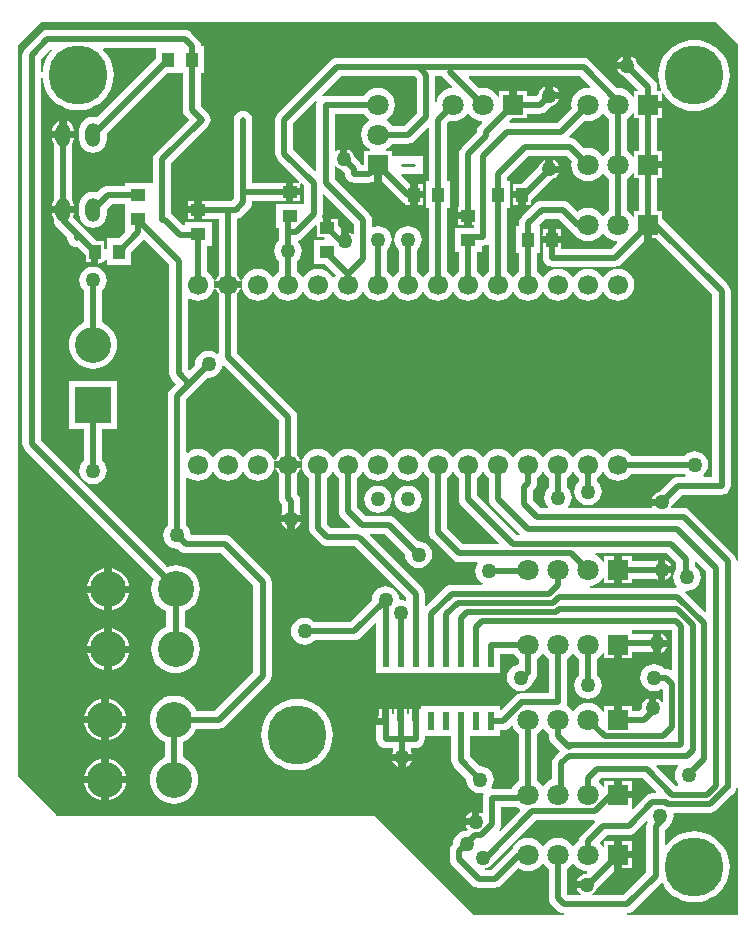
<source format=gbl>
G04 Layer_Physical_Order=2*
G04 Layer_Color=16711680*
%FSLAX24Y24*%
%MOIN*%
G70*
G01*
G75*
%ADD10R,0.0500X0.0400*%
%ADD11R,0.0400X0.0500*%
%ADD12C,0.0197*%
%ADD13C,0.0100*%
%ADD14C,0.1200*%
%ADD15R,0.1200X0.1200*%
%ADD16C,0.0669*%
%ADD17C,0.0709*%
%ADD18R,0.0709X0.0709*%
%ADD19R,0.0709X0.0709*%
%ADD20O,0.0500X0.0800*%
%ADD21C,0.1969*%
%ADD22C,0.0500*%
%ADD23R,0.0236X0.0606*%
G36*
X5199Y34025D02*
Y33713D01*
X5168Y33703D01*
X5149Y33700D01*
X5077Y33756D01*
X5020Y33779D01*
Y33450D01*
X4780D01*
Y33846D01*
X4650Y33976D01*
Y34200D01*
X4420D01*
Y33900D01*
X4180D01*
Y34200D01*
X4156D01*
X4128Y34242D01*
X4141Y34272D01*
X4151Y34350D01*
Y35008D01*
X4197Y35027D01*
X5199Y34025D01*
D02*
G37*
G36*
X16012Y15949D02*
X15957Y15877D01*
X15912Y15767D01*
X15896Y15650D01*
X15912Y15533D01*
X15957Y15423D01*
X16012Y15351D01*
X15988Y15301D01*
X15925D01*
X15273Y15953D01*
X15292Y15999D01*
X15988D01*
X16012Y15949D01*
D02*
G37*
G36*
X3950Y33959D02*
Y33600D01*
X4174D01*
X4228Y33546D01*
X4209Y33500D01*
X3850D01*
Y32700D01*
X4224D01*
X4586Y32338D01*
X4533Y32270D01*
X4525Y32250D01*
X4475D01*
X4467Y32270D01*
X4381Y32381D01*
X4270Y32467D01*
X4140Y32521D01*
X4000Y32539D01*
X3860Y32521D01*
X3730Y32467D01*
X3619Y32381D01*
X3533Y32270D01*
X3525Y32250D01*
X3475D01*
X3467Y32270D01*
X3381Y32381D01*
X3301Y32443D01*
Y32789D01*
X3321Y32804D01*
X3393Y32898D01*
X3438Y33008D01*
X3454Y33125D01*
X3438Y33242D01*
X3393Y33352D01*
X3346Y33413D01*
X3363Y33474D01*
X3401Y33489D01*
X3463Y33537D01*
X3904Y33978D01*
X3950Y33959D01*
D02*
G37*
G36*
X9699Y33320D02*
Y32443D01*
X9619Y32381D01*
X9533Y32270D01*
X9525Y32250D01*
X9475D01*
X9467Y32270D01*
X9381Y32381D01*
X9301Y32443D01*
Y33100D01*
X9450D01*
Y33299D01*
X9500D01*
X9578Y33309D01*
X9650Y33339D01*
X9654Y33342D01*
X9699Y33320D01*
D02*
G37*
G36*
X11530Y17201D02*
X11605Y17105D01*
X11699Y17032D01*
Y16947D01*
X11709Y16869D01*
X11739Y16796D01*
X11787Y16734D01*
X12073Y16448D01*
X11887Y16263D01*
X11839Y16200D01*
X11809Y16128D01*
X11799Y16050D01*
Y15517D01*
X11720Y15484D01*
X11605Y15395D01*
X11530Y15299D01*
X11522Y15295D01*
X11478D01*
X11470Y15299D01*
X11395Y15395D01*
X11301Y15468D01*
Y17032D01*
X11395Y17105D01*
X11470Y17201D01*
X11478Y17205D01*
X11522D01*
X11530Y17201D01*
D02*
G37*
G36*
X10489Y17286D02*
X10516Y17220D01*
X10605Y17105D01*
X10699Y17032D01*
Y15468D01*
X10605Y15395D01*
X10516Y15280D01*
X10483Y15201D01*
X9801D01*
X9788Y15214D01*
X9771Y15244D01*
X9793Y15273D01*
X9838Y15383D01*
X9854Y15500D01*
X9838Y15617D01*
X9793Y15727D01*
X9721Y15821D01*
X9627Y15893D01*
X9517Y15938D01*
X9400Y15954D01*
X9375Y15951D01*
X9051Y16275D01*
Y16947D01*
X10068D01*
Y17149D01*
X10168D01*
X10246Y17159D01*
X10319Y17189D01*
X10381Y17237D01*
X10440Y17296D01*
X10489Y17286D01*
D02*
G37*
G36*
X7699Y37208D02*
Y35450D01*
X7600D01*
Y34550D01*
X7699D01*
Y32443D01*
X7619Y32381D01*
X7533Y32270D01*
X7525Y32250D01*
X7475D01*
X7467Y32270D01*
X7381Y32381D01*
X7301Y32443D01*
Y33164D01*
X7321Y33179D01*
X7393Y33273D01*
X7438Y33383D01*
X7454Y33500D01*
X7438Y33617D01*
X7393Y33727D01*
X7321Y33821D01*
X7227Y33893D01*
X7117Y33938D01*
X7000Y33954D01*
X6883Y33938D01*
X6773Y33893D01*
X6679Y33821D01*
X6607Y33727D01*
X6562Y33617D01*
X6546Y33500D01*
X6562Y33383D01*
X6607Y33273D01*
X6679Y33179D01*
X6699Y33164D01*
Y32443D01*
X6619Y32381D01*
X6533Y32270D01*
X6525Y32250D01*
X6475D01*
X6467Y32270D01*
X6381Y32381D01*
X6301Y32443D01*
Y33164D01*
X6321Y33179D01*
X6393Y33273D01*
X6438Y33383D01*
X6454Y33500D01*
X6438Y33617D01*
X6393Y33727D01*
X6321Y33821D01*
X6227Y33893D01*
X6117Y33938D01*
X6000Y33954D01*
X5883Y33938D01*
X5843Y33922D01*
X5801Y33950D01*
Y34150D01*
X5791Y34228D01*
X5761Y34300D01*
X5713Y34363D01*
X4551Y35525D01*
Y35937D01*
X4582Y35947D01*
X4601Y35950D01*
X4673Y35894D01*
X4759Y35859D01*
X4766Y35858D01*
X4899Y35725D01*
Y35700D01*
X4909Y35622D01*
X4939Y35549D01*
X4987Y35487D01*
X5049Y35439D01*
X5122Y35409D01*
X5200Y35399D01*
X5700D01*
X5778Y35409D01*
X5850Y35439D01*
X5880Y35462D01*
Y36000D01*
X6120D01*
Y35454D01*
X6787Y34787D01*
X6849Y34739D01*
X6900Y34718D01*
Y34650D01*
X7080D01*
Y35000D01*
Y35350D01*
X7076D01*
X6772Y35654D01*
X6791Y35700D01*
X7500D01*
Y36300D01*
X6500D01*
X6500Y36300D01*
Y36300D01*
X6500Y36300D01*
X6454Y36310D01*
Y36454D01*
X6262D01*
X6252Y36504D01*
X6280Y36516D01*
X6395Y36605D01*
X6468Y36699D01*
X7000D01*
X7078Y36709D01*
X7150Y36739D01*
X7213Y36787D01*
X7653Y37227D01*
X7699Y37208D01*
D02*
G37*
G36*
X14546Y35738D02*
Y35546D01*
X14699D01*
Y34454D01*
X14546D01*
Y34262D01*
X14496Y34252D01*
X14484Y34280D01*
X14395Y34395D01*
X14301Y34468D01*
Y35532D01*
X14395Y35605D01*
X14484Y35720D01*
X14496Y35748D01*
X14546Y35738D01*
D02*
G37*
G36*
X12456Y36118D02*
X12441Y36000D01*
X12460Y35855D01*
X12516Y35720D01*
X12605Y35605D01*
X12720Y35516D01*
X12855Y35460D01*
X13000Y35441D01*
X13145Y35460D01*
X13280Y35516D01*
X13395Y35605D01*
X13470Y35701D01*
X13478Y35705D01*
X13522D01*
X13530Y35701D01*
X13605Y35605D01*
X13699Y35532D01*
Y34468D01*
X13605Y34395D01*
X13530Y34299D01*
X13522Y34295D01*
X13478D01*
X13470Y34299D01*
X13395Y34395D01*
X13280Y34484D01*
X13145Y34540D01*
X13000Y34559D01*
X12855Y34540D01*
X12720Y34484D01*
X12647Y34428D01*
X12363Y34713D01*
X12300Y34761D01*
X12228Y34791D01*
X12150Y34801D01*
X11450D01*
X11372Y34791D01*
X11300Y34761D01*
X11237Y34713D01*
X10787Y34263D01*
X10739Y34200D01*
X10709Y34128D01*
X10699Y34050D01*
Y33950D01*
X10600D01*
Y33050D01*
X10699D01*
Y32443D01*
X10619Y32381D01*
X10533Y32270D01*
X10525Y32250D01*
X10475D01*
X10467Y32270D01*
X10381Y32381D01*
X10301Y32443D01*
Y34550D01*
X10400D01*
Y35450D01*
X10301D01*
Y35575D01*
X11025Y36299D01*
X12275D01*
X12456Y36118D01*
D02*
G37*
G36*
X15802Y19178D02*
X15757Y19155D01*
X15750Y19161D01*
X15678Y19191D01*
X15600Y19201D01*
X15536D01*
X15521Y19221D01*
X15427Y19293D01*
X15317Y19338D01*
X15200Y19354D01*
X15083Y19338D01*
X14973Y19293D01*
X14879Y19221D01*
X14807Y19127D01*
X14762Y19017D01*
X14746Y18900D01*
X14762Y18783D01*
X14807Y18673D01*
X14879Y18579D01*
X14973Y18507D01*
X15083Y18462D01*
X15200Y18446D01*
X15317Y18462D01*
X15427Y18507D01*
X15454Y18528D01*
X15499Y18506D01*
Y18099D01*
X15484Y18091D01*
X15449Y18085D01*
X15400Y18150D01*
X15327Y18206D01*
X15270Y18229D01*
Y17900D01*
X15030D01*
Y18229D01*
X14973Y18206D01*
X14900Y18150D01*
X14844Y18077D01*
X14809Y17991D01*
X14797Y17900D01*
X14800Y17876D01*
X14725Y17801D01*
X14454D01*
Y17954D01*
X14120D01*
Y17500D01*
X13880D01*
Y17954D01*
X13546D01*
Y17762D01*
X13496Y17752D01*
X13484Y17780D01*
X13395Y17895D01*
X13280Y17984D01*
X13145Y18040D01*
X13000Y18059D01*
X12855Y18040D01*
X12720Y17984D01*
X12605Y17895D01*
X12530Y17799D01*
X12522Y17795D01*
X12478D01*
X12470Y17799D01*
X12395Y17895D01*
X12283Y17982D01*
X12291Y18002D01*
X12301Y18080D01*
Y19532D01*
X12395Y19605D01*
X12470Y19701D01*
X12478Y19705D01*
X12522D01*
X12530Y19701D01*
X12605Y19605D01*
X12699Y19532D01*
Y18986D01*
X12679Y18971D01*
X12607Y18877D01*
X12562Y18767D01*
X12546Y18650D01*
X12562Y18533D01*
X12607Y18423D01*
X12679Y18329D01*
X12773Y18257D01*
X12883Y18212D01*
X13000Y18196D01*
X13117Y18212D01*
X13227Y18257D01*
X13321Y18329D01*
X13393Y18423D01*
X13438Y18533D01*
X13454Y18650D01*
X13438Y18767D01*
X13393Y18877D01*
X13321Y18971D01*
X13301Y18986D01*
Y19532D01*
X13395Y19605D01*
X13484Y19720D01*
X13496Y19748D01*
X13546Y19738D01*
Y19546D01*
X13880D01*
Y20000D01*
X14120D01*
Y19546D01*
X14454D01*
Y19749D01*
X15117D01*
X15123Y19744D01*
X15180Y19721D01*
Y20050D01*
Y20379D01*
X15123Y20356D01*
X15117Y20351D01*
X14454D01*
Y20454D01*
X14454D01*
X14467Y20499D01*
X15802D01*
Y19178D01*
D02*
G37*
G36*
X8533Y25730D02*
X8619Y25619D01*
X8699Y25557D01*
Y24850D01*
X8709Y24772D01*
X8739Y24699D01*
X8787Y24637D01*
X10024Y23400D01*
X10005Y23354D01*
X8822D01*
X8301Y23875D01*
Y25557D01*
X8381Y25619D01*
X8467Y25730D01*
X8475Y25750D01*
X8525D01*
X8533Y25730D01*
D02*
G37*
G36*
X16949Y22425D02*
Y21112D01*
X16903Y21093D01*
X16239Y21756D01*
X16261Y21801D01*
X16300Y21796D01*
X16417Y21812D01*
X16527Y21857D01*
X16621Y21929D01*
X16693Y22023D01*
X16738Y22133D01*
X16754Y22250D01*
X16738Y22367D01*
X16693Y22477D01*
X16621Y22571D01*
X16551Y22625D01*
Y22758D01*
X16597Y22777D01*
X16949Y22425D01*
D02*
G37*
G36*
X15949Y22725D02*
Y22532D01*
X15907Y22477D01*
X15862Y22367D01*
X15846Y22250D01*
X15862Y22133D01*
X15907Y22023D01*
X15962Y21951D01*
X15938Y21901D01*
X13080D01*
X13077Y21951D01*
X13145Y21960D01*
X13280Y22016D01*
X13395Y22105D01*
X13484Y22220D01*
X13496Y22248D01*
X13546Y22238D01*
Y22046D01*
X13880D01*
Y22500D01*
Y22954D01*
X13546D01*
Y22762D01*
X13496Y22752D01*
X13484Y22780D01*
X13395Y22895D01*
X13280Y22984D01*
X13245Y22999D01*
X13255Y23049D01*
X15626D01*
X15949Y22725D01*
D02*
G37*
G36*
X9533Y25730D02*
X9619Y25619D01*
X9699Y25557D01*
Y24850D01*
X9709Y24772D01*
X9739Y24699D01*
X9787Y24637D01*
X10728Y23697D01*
X10708Y23651D01*
X10625D01*
X9301Y24975D01*
Y25557D01*
X9381Y25619D01*
X9467Y25730D01*
X9475Y25750D01*
X9525D01*
X9533Y25730D01*
D02*
G37*
G36*
X13533D02*
X13619Y25619D01*
X13730Y25533D01*
X13860Y25479D01*
X14000Y25461D01*
X14140Y25479D01*
X14270Y25533D01*
X14381Y25619D01*
X14443Y25699D01*
X16214D01*
X16229Y25679D01*
X16266Y25651D01*
X16249Y25601D01*
X16000D01*
X15922Y25591D01*
X15849Y25561D01*
X15787Y25513D01*
X15366Y25092D01*
X15359Y25091D01*
X15273Y25056D01*
X15200Y25000D01*
X15144Y24927D01*
X15121Y24870D01*
X15450D01*
Y24630D01*
X15121D01*
X15133Y24601D01*
X15101Y24551D01*
X12362D01*
X12338Y24601D01*
X12393Y24673D01*
X12438Y24783D01*
X12454Y24900D01*
X12438Y25017D01*
X12393Y25127D01*
X12321Y25221D01*
X12301Y25236D01*
Y25557D01*
X12381Y25619D01*
X12467Y25730D01*
X12475Y25750D01*
X12525D01*
X12533Y25730D01*
X12619Y25619D01*
X12699Y25557D01*
Y25436D01*
X12679Y25421D01*
X12607Y25327D01*
X12562Y25217D01*
X12546Y25100D01*
X12562Y24983D01*
X12607Y24873D01*
X12679Y24779D01*
X12773Y24707D01*
X12883Y24662D01*
X13000Y24646D01*
X13117Y24662D01*
X13227Y24707D01*
X13321Y24779D01*
X13393Y24873D01*
X13438Y24983D01*
X13454Y25100D01*
X13438Y25217D01*
X13393Y25327D01*
X13321Y25421D01*
X13301Y25436D01*
Y25557D01*
X13381Y25619D01*
X13467Y25730D01*
X13475Y25750D01*
X13525D01*
X13533Y25730D01*
D02*
G37*
G36*
X7533D02*
X7619Y25619D01*
X7699Y25557D01*
Y23750D01*
X7709Y23672D01*
X7739Y23600D01*
X7787Y23537D01*
X8484Y22840D01*
X8547Y22792D01*
X8619Y22762D01*
X8697Y22752D01*
X9308D01*
X9330Y22707D01*
X9307Y22677D01*
X9262Y22567D01*
X9246Y22450D01*
X9262Y22333D01*
X9307Y22223D01*
X9379Y22129D01*
X9473Y22057D01*
X9487Y22051D01*
X9477Y22001D01*
X8450D01*
X8372Y21991D01*
X8299Y21961D01*
X8237Y21913D01*
X7601Y21277D01*
X7551Y21297D01*
Y21700D01*
X7541Y21778D01*
X7511Y21851D01*
X7463Y21913D01*
X5723Y23653D01*
X5742Y23699D01*
X6225D01*
X6899Y23025D01*
X6896Y23000D01*
X6912Y22883D01*
X6957Y22773D01*
X7029Y22679D01*
X7123Y22607D01*
X7233Y22562D01*
X7350Y22546D01*
X7467Y22562D01*
X7577Y22607D01*
X7671Y22679D01*
X7743Y22773D01*
X7788Y22883D01*
X7804Y23000D01*
X7788Y23117D01*
X7743Y23227D01*
X7671Y23321D01*
X7577Y23393D01*
X7467Y23438D01*
X7350Y23454D01*
X7325Y23451D01*
X6563Y24213D01*
X6500Y24261D01*
X6428Y24291D01*
X6350Y24301D01*
X5575D01*
X5301Y24575D01*
Y25557D01*
X5381Y25619D01*
X5467Y25730D01*
X5475Y25750D01*
X5525D01*
X5533Y25730D01*
X5619Y25619D01*
X5730Y25533D01*
X5860Y25479D01*
X6000Y25461D01*
X6140Y25479D01*
X6270Y25533D01*
X6381Y25619D01*
X6467Y25730D01*
X6475Y25750D01*
X6525D01*
X6533Y25730D01*
X6619Y25619D01*
X6730Y25533D01*
X6860Y25479D01*
X7000Y25461D01*
X7140Y25479D01*
X7270Y25533D01*
X7381Y25619D01*
X7467Y25730D01*
X7475Y25750D01*
X7525D01*
X7533Y25730D01*
D02*
G37*
G36*
X4533D02*
X4619Y25619D01*
X4699Y25557D01*
Y24450D01*
X4709Y24372D01*
X4739Y24299D01*
X4787Y24237D01*
X5080Y23944D01*
X5061Y23898D01*
X4425D01*
X4301Y24022D01*
Y25557D01*
X4381Y25619D01*
X4467Y25730D01*
X4475Y25750D01*
X4525D01*
X4533Y25730D01*
D02*
G37*
G36*
X11533D02*
X11619Y25619D01*
X11699Y25557D01*
Y25236D01*
X11679Y25221D01*
X11607Y25127D01*
X11562Y25017D01*
X11546Y24900D01*
X11562Y24783D01*
X11607Y24673D01*
X11662Y24601D01*
X11638Y24551D01*
X11425D01*
X11151Y24825D01*
Y25125D01*
X11213Y25187D01*
X11261Y25250D01*
X11291Y25322D01*
X11301Y25400D01*
Y25557D01*
X11381Y25619D01*
X11467Y25730D01*
X11475Y25750D01*
X11525D01*
X11533Y25730D01*
D02*
G37*
G36*
X9030Y37701D02*
X9105Y37605D01*
X9220Y37516D01*
X9355Y37460D01*
X9451Y37447D01*
X9469Y37395D01*
X9387Y37313D01*
X9339Y37250D01*
X9309Y37178D01*
X9299Y37100D01*
Y37075D01*
X8787Y36563D01*
X8739Y36500D01*
X8709Y36428D01*
X8699Y36350D01*
Y34600D01*
X8650D01*
Y34420D01*
X9000D01*
Y34300D01*
X9120D01*
Y34000D01*
X9199D01*
Y33901D01*
X9100D01*
X9092Y33900D01*
X8550D01*
Y33100D01*
X8699D01*
Y32443D01*
X8619Y32381D01*
X8533Y32270D01*
X8525Y32250D01*
X8475D01*
X8467Y32270D01*
X8381Y32381D01*
X8301Y32443D01*
Y34550D01*
X8400D01*
Y35450D01*
X8301D01*
Y37375D01*
X8382Y37456D01*
X8500Y37441D01*
X8645Y37460D01*
X8780Y37516D01*
X8895Y37605D01*
X8970Y37701D01*
X8978Y37705D01*
X9022D01*
X9030Y37701D01*
D02*
G37*
G36*
X13530D02*
X13605Y37605D01*
X13699Y37532D01*
Y36468D01*
X13605Y36395D01*
X13530Y36299D01*
X13522Y36295D01*
X13478D01*
X13470Y36299D01*
X13395Y36395D01*
X13280Y36484D01*
X13145Y36540D01*
X13000Y36559D01*
X12882Y36544D01*
X12613Y36813D01*
X12550Y36861D01*
X12478Y36891D01*
X12400Y36901D01*
X12392D01*
X12373Y36947D01*
X12882Y37456D01*
X13000Y37441D01*
X13145Y37460D01*
X13280Y37516D01*
X13395Y37605D01*
X13470Y37701D01*
X13478Y37705D01*
X13522D01*
X13530Y37701D01*
D02*
G37*
G36*
X7299Y38875D02*
Y37725D01*
X6875Y37301D01*
X6468D01*
X6395Y37395D01*
X6299Y37470D01*
X6295Y37478D01*
Y37522D01*
X6299Y37530D01*
X6395Y37605D01*
X6484Y37720D01*
X6540Y37855D01*
X6559Y38000D01*
X6540Y38145D01*
X6484Y38280D01*
X6395Y38395D01*
X6280Y38484D01*
X6145Y38540D01*
X6000Y38559D01*
X5855Y38540D01*
X5720Y38484D01*
X5605Y38395D01*
X5532Y38301D01*
X4250D01*
X4172Y38291D01*
X4160Y38286D01*
X4132Y38328D01*
X4753Y38949D01*
X7225D01*
X7299Y38875D01*
D02*
G37*
G36*
X14546Y37738D02*
Y37546D01*
X14699D01*
Y36454D01*
X14546D01*
Y36262D01*
X14496Y36252D01*
X14484Y36280D01*
X14395Y36395D01*
X14301Y36468D01*
Y37532D01*
X14395Y37605D01*
X14484Y37720D01*
X14496Y37748D01*
X14546Y37738D01*
D02*
G37*
G36*
X14984Y14088D02*
X14959Y14028D01*
X14949Y13950D01*
Y12425D01*
X14175Y11651D01*
X13149D01*
X13141Y11666D01*
X13135Y11701D01*
X13200Y11750D01*
X13256Y11823D01*
X13260Y11835D01*
X13880Y12454D01*
Y13000D01*
Y13454D01*
X13546D01*
Y13262D01*
X13496Y13252D01*
X13484Y13280D01*
X13395Y13395D01*
X13394Y13418D01*
X13625Y13649D01*
X14350D01*
X14428Y13659D01*
X14500Y13689D01*
X14563Y13737D01*
X14942Y14116D01*
X14984Y14088D01*
D02*
G37*
G36*
X13078Y38597D02*
X13056Y38552D01*
X13000Y38559D01*
X12855Y38540D01*
X12720Y38484D01*
X12605Y38395D01*
X12516Y38280D01*
X12460Y38145D01*
X12441Y38000D01*
X12456Y37882D01*
X11975Y37401D01*
X10392D01*
X10373Y37447D01*
X10471Y37546D01*
X10954D01*
Y37699D01*
X11400D01*
X11478Y37709D01*
X11551Y37739D01*
X11613Y37787D01*
X11784Y37958D01*
X11791Y37959D01*
X11877Y37994D01*
X11950Y38050D01*
X12006Y38123D01*
X12029Y38180D01*
X11700D01*
Y38300D01*
X11580D01*
Y38629D01*
X11523Y38606D01*
X11450Y38550D01*
X11394Y38477D01*
X11359Y38391D01*
X11358Y38384D01*
X11275Y38301D01*
X10954D01*
Y38454D01*
X10620D01*
Y38000D01*
X10380D01*
Y38454D01*
X10046D01*
Y38262D01*
X9996Y38252D01*
X9984Y38280D01*
X9895Y38395D01*
X9780Y38484D01*
X9645Y38540D01*
X9500Y38559D01*
X9382Y38544D01*
X9023Y38903D01*
X9042Y38949D01*
X12725D01*
X13078Y38597D01*
D02*
G37*
G36*
X18000Y15239D02*
Y11000D01*
X14311D01*
X14308Y11050D01*
X14378Y11059D01*
X14451Y11089D01*
X14513Y11137D01*
X15426Y12051D01*
X15440Y12053D01*
X15488Y12041D01*
X15574Y11900D01*
X15695Y11758D01*
X15837Y11637D01*
X15996Y11540D01*
X16168Y11469D01*
X16350Y11425D01*
X16535Y11411D01*
X16721Y11425D01*
X16903Y11469D01*
X17075Y11540D01*
X17234Y11637D01*
X17375Y11758D01*
X17496Y11900D01*
X17594Y12059D01*
X17665Y12231D01*
X17709Y12413D01*
X17723Y12598D01*
X17709Y12784D01*
X17665Y12966D01*
X17594Y13138D01*
X17496Y13297D01*
X17375Y13438D01*
X17234Y13559D01*
X17075Y13657D01*
X16903Y13728D01*
X16721Y13772D01*
X16535Y13786D01*
X16350Y13772D01*
X16168Y13728D01*
X15996Y13657D01*
X15837Y13559D01*
X15695Y13438D01*
X15601Y13328D01*
X15551Y13346D01*
Y13825D01*
X15651Y13926D01*
X15721Y13979D01*
X15793Y14073D01*
X15838Y14183D01*
X15854Y14300D01*
X15845Y14365D01*
X15878Y14402D01*
X17073D01*
X17151Y14412D01*
X17223Y14442D01*
X17286Y14490D01*
X17774Y14978D01*
X17801Y14989D01*
X17863Y15037D01*
X17911Y15100D01*
X17941Y15172D01*
X17950Y15242D01*
X18000Y15239D01*
D02*
G37*
G36*
X12530Y12701D02*
X12605Y12605D01*
X12720Y12516D01*
X12855Y12460D01*
X12951Y12447D01*
X12969Y12395D01*
X12924Y12350D01*
X12859Y12341D01*
X12773Y12306D01*
X12700Y12250D01*
X12644Y12177D01*
X12621Y12120D01*
X12950D01*
Y11880D01*
X12621D01*
X12644Y11823D01*
X12700Y11750D01*
X12765Y11701D01*
X12759Y11666D01*
X12751Y11651D01*
X12325D01*
X12301Y11675D01*
Y12532D01*
X12395Y12605D01*
X12470Y12701D01*
X12478Y12705D01*
X12522D01*
X12530Y12701D01*
D02*
G37*
G36*
X18000Y40000D02*
Y22800D01*
X17950Y22797D01*
X17941Y22868D01*
X17911Y22940D01*
X17863Y23002D01*
X16402Y24463D01*
X16340Y24511D01*
X16268Y24541D01*
X16190Y24551D01*
X15799D01*
X15767Y24601D01*
X15791Y24659D01*
X15792Y24666D01*
X16125Y24999D01*
X17450D01*
X17528Y25009D01*
X17601Y25039D01*
X17663Y25087D01*
X17711Y25150D01*
X17741Y25222D01*
X17751Y25300D01*
Y31790D01*
X17741Y31868D01*
X17711Y31941D01*
X17663Y32003D01*
X15454Y34211D01*
Y34454D01*
X15301D01*
Y35546D01*
X15454D01*
Y35880D01*
X15000D01*
Y36120D01*
X15454D01*
Y36454D01*
X15301D01*
Y37546D01*
X15454D01*
Y37880D01*
X15000D01*
Y38120D01*
X15454D01*
Y38378D01*
X15504Y38392D01*
X15574Y38278D01*
X15695Y38136D01*
X15837Y38015D01*
X15996Y37918D01*
X16168Y37847D01*
X16350Y37803D01*
X16535Y37788D01*
X16721Y37803D01*
X16903Y37847D01*
X17075Y37918D01*
X17234Y38015D01*
X17375Y38136D01*
X17496Y38278D01*
X17594Y38437D01*
X17665Y38609D01*
X17709Y38791D01*
X17723Y38976D01*
X17709Y39162D01*
X17665Y39343D01*
X17594Y39516D01*
X17496Y39675D01*
X17375Y39816D01*
X17234Y39937D01*
X17075Y40035D01*
X16903Y40106D01*
X16721Y40150D01*
X16535Y40164D01*
X16350Y40150D01*
X16168Y40106D01*
X15996Y40035D01*
X15837Y39937D01*
X15695Y39816D01*
X15574Y39675D01*
X15477Y39516D01*
X15406Y39343D01*
X15362Y39162D01*
X15348Y38976D01*
X15362Y38791D01*
X15406Y38609D01*
X15449Y38504D01*
X15416Y38454D01*
X15301D01*
Y38600D01*
X15291Y38678D01*
X15261Y38751D01*
X15213Y38813D01*
X14642Y39384D01*
X14641Y39391D01*
X14606Y39477D01*
X14550Y39550D01*
X14477Y39606D01*
X14420Y39629D01*
Y39300D01*
X14300D01*
Y39180D01*
X13971D01*
X13994Y39123D01*
X14050Y39050D01*
X14123Y38994D01*
X14209Y38959D01*
X14216Y38958D01*
X14670Y38504D01*
X14649Y38454D01*
X14546D01*
Y38262D01*
X14496Y38252D01*
X14484Y38280D01*
X14395Y38395D01*
X14280Y38484D01*
X14145Y38540D01*
X14000Y38559D01*
X13970Y38555D01*
X13063Y39463D01*
X13001Y39511D01*
X12928Y39541D01*
X12850Y39551D01*
X4628D01*
X4550Y39541D01*
X4477Y39511D01*
X4415Y39463D01*
X2665Y37713D01*
X2617Y37650D01*
X2587Y37578D01*
X2577Y37500D01*
Y36372D01*
X2587Y36294D01*
X2617Y36222D01*
X2665Y36159D01*
X3374Y35450D01*
X3354Y35400D01*
X3170D01*
Y35220D01*
X3400D01*
Y35354D01*
X3450Y35374D01*
X3549Y35275D01*
Y34702D01*
X3500Y34700D01*
X3500Y34700D01*
X3500Y34700D01*
X2600D01*
Y33900D01*
X2699D01*
Y33461D01*
X2679Y33446D01*
X2607Y33352D01*
X2562Y33242D01*
X2546Y33125D01*
X2562Y33008D01*
X2607Y32898D01*
X2679Y32804D01*
X2699Y32789D01*
Y32443D01*
X2619Y32381D01*
X2533Y32270D01*
X2525Y32250D01*
X2475D01*
X2467Y32270D01*
X2381Y32381D01*
X2270Y32467D01*
X2140Y32521D01*
X2000Y32539D01*
X1860Y32521D01*
X1730Y32467D01*
X1619Y32381D01*
X1533Y32270D01*
X1479Y32140D01*
X1475Y32107D01*
X1475D01*
X1461Y32000D01*
X1475Y31893D01*
X1475D01*
X1479Y31860D01*
X1533Y31730D01*
X1619Y31619D01*
X1730Y31533D01*
X1860Y31479D01*
X2000Y31461D01*
X2140Y31479D01*
X2270Y31533D01*
X2381Y31619D01*
X2467Y31730D01*
X2475Y31750D01*
X2525D01*
X2533Y31730D01*
X2619Y31619D01*
X2730Y31533D01*
X2860Y31479D01*
X3000Y31461D01*
X3140Y31479D01*
X3270Y31533D01*
X3381Y31619D01*
X3467Y31730D01*
X3475Y31750D01*
X3525D01*
X3533Y31730D01*
X3619Y31619D01*
X3730Y31533D01*
X3860Y31479D01*
X4000Y31461D01*
X4140Y31479D01*
X4270Y31533D01*
X4381Y31619D01*
X4467Y31730D01*
X4475Y31750D01*
X4525D01*
X4533Y31730D01*
X4619Y31619D01*
X4730Y31533D01*
X4860Y31479D01*
X5000Y31461D01*
X5140Y31479D01*
X5270Y31533D01*
X5381Y31619D01*
X5467Y31730D01*
X5475Y31750D01*
X5525D01*
X5533Y31730D01*
X5619Y31619D01*
X5730Y31533D01*
X5860Y31479D01*
X6000Y31461D01*
X6140Y31479D01*
X6270Y31533D01*
X6381Y31619D01*
X6467Y31730D01*
X6475Y31750D01*
X6525D01*
X6533Y31730D01*
X6619Y31619D01*
X6730Y31533D01*
X6860Y31479D01*
X7000Y31461D01*
X7140Y31479D01*
X7270Y31533D01*
X7381Y31619D01*
X7467Y31730D01*
X7475Y31750D01*
X7525D01*
X7533Y31730D01*
X7619Y31619D01*
X7730Y31533D01*
X7860Y31479D01*
X8000Y31461D01*
X8140Y31479D01*
X8270Y31533D01*
X8381Y31619D01*
X8467Y31730D01*
X8475Y31750D01*
X8525D01*
X8533Y31730D01*
X8619Y31619D01*
X8730Y31533D01*
X8860Y31479D01*
X9000Y31461D01*
X9140Y31479D01*
X9270Y31533D01*
X9381Y31619D01*
X9467Y31730D01*
X9475Y31750D01*
X9525D01*
X9533Y31730D01*
X9619Y31619D01*
X9730Y31533D01*
X9860Y31479D01*
X10000Y31461D01*
X10140Y31479D01*
X10270Y31533D01*
X10381Y31619D01*
X10467Y31730D01*
X10475Y31750D01*
X10525D01*
X10533Y31730D01*
X10619Y31619D01*
X10730Y31533D01*
X10860Y31479D01*
X11000Y31461D01*
X11140Y31479D01*
X11270Y31533D01*
X11381Y31619D01*
X11467Y31730D01*
X11475Y31750D01*
X11525D01*
X11533Y31730D01*
X11619Y31619D01*
X11730Y31533D01*
X11860Y31479D01*
X12000Y31461D01*
X12140Y31479D01*
X12270Y31533D01*
X12381Y31619D01*
X12467Y31730D01*
X12475Y31750D01*
X12525D01*
X12533Y31730D01*
X12619Y31619D01*
X12730Y31533D01*
X12860Y31479D01*
X13000Y31461D01*
X13140Y31479D01*
X13270Y31533D01*
X13381Y31619D01*
X13467Y31730D01*
X13475Y31750D01*
X13525D01*
X13533Y31730D01*
X13619Y31619D01*
X13730Y31533D01*
X13860Y31479D01*
X14000Y31461D01*
X14140Y31479D01*
X14270Y31533D01*
X14381Y31619D01*
X14467Y31730D01*
X14521Y31860D01*
X14539Y32000D01*
X14521Y32140D01*
X14467Y32270D01*
X14381Y32381D01*
X14270Y32467D01*
X14140Y32521D01*
X14000Y32539D01*
X13860Y32521D01*
X13730Y32467D01*
X13619Y32381D01*
X13533Y32270D01*
X13525Y32250D01*
X13475D01*
X13467Y32270D01*
X13381Y32381D01*
X13270Y32467D01*
X13140Y32521D01*
X13000Y32539D01*
X12860Y32521D01*
X12730Y32467D01*
X12619Y32381D01*
X12533Y32270D01*
X12525Y32250D01*
X12475D01*
X12467Y32270D01*
X12381Y32381D01*
X12270Y32467D01*
X12140Y32521D01*
X12000Y32539D01*
X11860Y32521D01*
X11730Y32467D01*
X11619Y32381D01*
X11533Y32270D01*
X11525Y32250D01*
X11475D01*
X11467Y32270D01*
X11381Y32381D01*
X11301Y32443D01*
Y33050D01*
X11400D01*
Y33539D01*
X11400Y33539D01*
Y33561D01*
X11400Y33561D01*
Y33950D01*
X11391D01*
X11372Y33996D01*
X11575Y34199D01*
X12025D01*
X12437Y33787D01*
X12500Y33739D01*
X12510Y33735D01*
X12516Y33720D01*
X12605Y33605D01*
X12720Y33516D01*
X12855Y33460D01*
X13000Y33441D01*
X13145Y33460D01*
X13280Y33516D01*
X13395Y33605D01*
X13470Y33701D01*
X13478Y33705D01*
X13522D01*
X13530Y33701D01*
X13605Y33605D01*
X13720Y33516D01*
X13855Y33460D01*
X13951Y33447D01*
X13969Y33395D01*
X13775Y33201D01*
X12101D01*
Y33380D01*
X11499D01*
Y32900D01*
X11509Y32822D01*
X11539Y32750D01*
X11587Y32687D01*
X11650Y32639D01*
X11722Y32609D01*
X11800Y32599D01*
X13900D01*
X13978Y32609D01*
X14051Y32639D01*
X14113Y32687D01*
X14880Y33454D01*
Y34000D01*
X15120D01*
Y33546D01*
X15269D01*
X17149Y31665D01*
Y25601D01*
X16851D01*
X16834Y25651D01*
X16871Y25679D01*
X16943Y25773D01*
X16988Y25883D01*
X17004Y26000D01*
X16988Y26117D01*
X16943Y26227D01*
X16871Y26321D01*
X16777Y26393D01*
X16667Y26438D01*
X16550Y26454D01*
X16433Y26438D01*
X16323Y26393D01*
X16229Y26321D01*
X16214Y26301D01*
X14443D01*
X14381Y26381D01*
X14270Y26467D01*
X14140Y26521D01*
X14000Y26539D01*
X13860Y26521D01*
X13730Y26467D01*
X13619Y26381D01*
X13533Y26270D01*
X13525Y26250D01*
X13475D01*
X13467Y26270D01*
X13381Y26381D01*
X13270Y26467D01*
X13140Y26521D01*
X13000Y26539D01*
X12860Y26521D01*
X12730Y26467D01*
X12619Y26381D01*
X12533Y26270D01*
X12525Y26250D01*
X12475D01*
X12467Y26270D01*
X12381Y26381D01*
X12270Y26467D01*
X12140Y26521D01*
X12000Y26539D01*
X11860Y26521D01*
X11730Y26467D01*
X11619Y26381D01*
X11533Y26270D01*
X11525Y26250D01*
X11475D01*
X11467Y26270D01*
X11381Y26381D01*
X11270Y26467D01*
X11140Y26521D01*
X11000Y26539D01*
X10860Y26521D01*
X10730Y26467D01*
X10619Y26381D01*
X10533Y26270D01*
X10525Y26250D01*
X10475D01*
X10467Y26270D01*
X10381Y26381D01*
X10270Y26467D01*
X10140Y26521D01*
X10000Y26539D01*
X9860Y26521D01*
X9730Y26467D01*
X9619Y26381D01*
X9533Y26270D01*
X9525Y26250D01*
X9475D01*
X9467Y26270D01*
X9381Y26381D01*
X9270Y26467D01*
X9140Y26521D01*
X9000Y26539D01*
X8860Y26521D01*
X8730Y26467D01*
X8619Y26381D01*
X8533Y26270D01*
X8525Y26250D01*
X8475D01*
X8467Y26270D01*
X8381Y26381D01*
X8270Y26467D01*
X8140Y26521D01*
X8000Y26539D01*
X7860Y26521D01*
X7730Y26467D01*
X7619Y26381D01*
X7533Y26270D01*
X7525Y26250D01*
X7475D01*
X7467Y26270D01*
X7381Y26381D01*
X7270Y26467D01*
X7140Y26521D01*
X7000Y26539D01*
X6860Y26521D01*
X6730Y26467D01*
X6619Y26381D01*
X6533Y26270D01*
X6525Y26250D01*
X6475D01*
X6467Y26270D01*
X6381Y26381D01*
X6270Y26467D01*
X6140Y26521D01*
X6000Y26539D01*
X5860Y26521D01*
X5730Y26467D01*
X5619Y26381D01*
X5533Y26270D01*
X5525Y26250D01*
X5475D01*
X5467Y26270D01*
X5381Y26381D01*
X5270Y26467D01*
X5140Y26521D01*
X5000Y26539D01*
X4860Y26521D01*
X4730Y26467D01*
X4619Y26381D01*
X4533Y26270D01*
X4525Y26250D01*
X4475D01*
X4467Y26270D01*
X4381Y26381D01*
X4270Y26467D01*
X4140Y26521D01*
X4000Y26539D01*
X3860Y26521D01*
X3730Y26467D01*
X3619Y26381D01*
X3533Y26270D01*
X3479Y26140D01*
X3475Y26107D01*
X3475D01*
X3461Y26000D01*
X3475Y25893D01*
X3475D01*
X3479Y25860D01*
X3533Y25730D01*
X3619Y25619D01*
X3699Y25557D01*
Y23897D01*
X3709Y23819D01*
X3739Y23746D01*
X3787Y23684D01*
X4087Y23384D01*
X4150Y23336D01*
X4222Y23306D01*
X4300Y23296D01*
X5211D01*
X5219Y23289D01*
X5246Y23278D01*
X6949Y21575D01*
Y21500D01*
X6907Y21472D01*
X6867Y21488D01*
X6750Y21504D01*
X6698Y21547D01*
X6688Y21617D01*
X6643Y21727D01*
X6571Y21821D01*
X6477Y21893D01*
X6367Y21938D01*
X6250Y21954D01*
X6133Y21938D01*
X6023Y21893D01*
X5929Y21821D01*
X5857Y21727D01*
X5812Y21617D01*
X5796Y21500D01*
X5799Y21475D01*
X5075Y20751D01*
X3886D01*
X3871Y20771D01*
X3777Y20843D01*
X3667Y20888D01*
X3550Y20904D01*
X3433Y20888D01*
X3323Y20843D01*
X3229Y20771D01*
X3157Y20677D01*
X3112Y20567D01*
X3096Y20450D01*
X3112Y20333D01*
X3157Y20223D01*
X3229Y20129D01*
X3323Y20057D01*
X3433Y20012D01*
X3550Y19996D01*
X3667Y20012D01*
X3777Y20057D01*
X3871Y20129D01*
X3886Y20149D01*
X5200D01*
X5278Y20159D01*
X5350Y20189D01*
X5413Y20237D01*
X5903Y20727D01*
X5949Y20708D01*
Y20053D01*
X5932D01*
Y19047D01*
X10068D01*
Y19699D01*
X10532D01*
X10605Y19605D01*
X10699Y19532D01*
Y19347D01*
X10633Y19338D01*
X10523Y19293D01*
X10429Y19221D01*
X10357Y19127D01*
X10312Y19017D01*
X10296Y18900D01*
X10312Y18783D01*
X10357Y18673D01*
X10429Y18579D01*
X10523Y18507D01*
X10633Y18462D01*
X10750Y18446D01*
X10867Y18462D01*
X10977Y18507D01*
X11071Y18579D01*
X11143Y18673D01*
X11188Y18783D01*
X11194Y18822D01*
X11213Y18837D01*
X11261Y18900D01*
X11291Y18972D01*
X11301Y19050D01*
Y19532D01*
X11395Y19605D01*
X11470Y19701D01*
X11478Y19705D01*
X11522D01*
X11530Y19701D01*
X11605Y19605D01*
X11699Y19532D01*
Y18381D01*
X10771D01*
X10693Y18370D01*
X10621Y18340D01*
X10558Y18293D01*
X10510Y18230D01*
X10502Y18209D01*
X10114Y17822D01*
X10068Y17841D01*
Y17953D01*
X7432D01*
Y17853D01*
X7370D01*
Y17450D01*
X7130D01*
Y17853D01*
X7032D01*
Y17701D01*
X6982Y17680D01*
X6968Y17694D01*
Y17853D01*
X6870D01*
Y17450D01*
X6630D01*
Y17853D01*
X6532D01*
Y17701D01*
X6482Y17680D01*
X6468Y17694D01*
Y17853D01*
X6370D01*
Y17450D01*
X6250D01*
Y17330D01*
X5949D01*
Y16850D01*
X5959Y16772D01*
X5989Y16700D01*
X6037Y16637D01*
X6100Y16589D01*
X6172Y16559D01*
X6250Y16549D01*
X6499D01*
Y16433D01*
X6494Y16427D01*
X6471Y16370D01*
X7129D01*
X7106Y16427D01*
X7101Y16433D01*
Y16549D01*
X7250D01*
X7328Y16559D01*
X7401Y16589D01*
X7463Y16637D01*
X7511Y16700D01*
X7541Y16772D01*
X7551Y16850D01*
Y16947D01*
X8449D01*
Y16150D01*
X8459Y16072D01*
X8489Y15999D01*
X8537Y15937D01*
X8949Y15525D01*
X8946Y15500D01*
X8962Y15383D01*
X9007Y15273D01*
X9079Y15179D01*
X9173Y15107D01*
X9283Y15062D01*
X9400Y15046D01*
X9488Y15058D01*
X9523Y15012D01*
X9509Y14978D01*
X9499Y14900D01*
Y14407D01*
X9454Y14385D01*
X9427Y14406D01*
X9370Y14429D01*
Y14100D01*
X9250D01*
Y13980D01*
X8921D01*
X8944Y13923D01*
X8998Y13854D01*
X8948Y13804D01*
X8833Y13788D01*
X8723Y13743D01*
X8629Y13671D01*
X8557Y13577D01*
X8512Y13467D01*
X8496Y13352D01*
X8487Y13343D01*
X8439Y13281D01*
X8409Y13208D01*
X8399Y13130D01*
Y12850D01*
X8409Y12772D01*
X8439Y12700D01*
X8487Y12637D01*
X9137Y11987D01*
X9200Y11939D01*
X9272Y11909D01*
X9350Y11899D01*
X9900D01*
X9978Y11909D01*
X10050Y11939D01*
X10113Y11987D01*
X10676Y12550D01*
X10720Y12516D01*
X10855Y12460D01*
X11000Y12441D01*
X11145Y12460D01*
X11280Y12516D01*
X11395Y12605D01*
X11470Y12701D01*
X11478Y12705D01*
X11522D01*
X11530Y12701D01*
X11605Y12605D01*
X11699Y12532D01*
Y11550D01*
X11709Y11472D01*
X11739Y11400D01*
X11787Y11337D01*
X11987Y11137D01*
X12049Y11089D01*
X12122Y11059D01*
X12192Y11050D01*
X12189Y11000D01*
X9200D01*
X5900Y14300D01*
X-4750D01*
Y14350D01*
X-6000Y15600D01*
Y40000D01*
X-5250Y40750D01*
X17250D01*
X18000Y40000D01*
D02*
G37*
G36*
X8187Y38887D02*
X8469Y38605D01*
X8451Y38553D01*
X8355Y38540D01*
X8220Y38484D01*
X8105Y38395D01*
X8016Y38280D01*
X7960Y38145D01*
X7951Y38077D01*
X7901Y38080D01*
Y38949D01*
X8140D01*
X8187Y38887D01*
D02*
G37*
G36*
X13221Y14096D02*
X12787Y13663D01*
X12739Y13600D01*
X12709Y13528D01*
X12702Y13470D01*
X12605Y13395D01*
X12530Y13299D01*
X12522Y13295D01*
X12478D01*
X12470Y13299D01*
X12395Y13395D01*
X12280Y13484D01*
X12145Y13540D01*
X12000Y13559D01*
X11855Y13540D01*
X11720Y13484D01*
X11605Y13395D01*
X11530Y13299D01*
X11522Y13295D01*
X11478D01*
X11470Y13299D01*
X11395Y13395D01*
X11280Y13484D01*
X11145Y13540D01*
X11000Y13559D01*
X10855Y13540D01*
X10720Y13484D01*
X10605Y13395D01*
X10516Y13280D01*
X10489Y13214D01*
X10487Y13213D01*
X9775Y12501D01*
X9568D01*
X9565Y12551D01*
X9628Y12559D01*
X9700Y12589D01*
X9763Y12637D01*
X11272Y14146D01*
X13200D01*
X13221Y14096D01*
D02*
G37*
G36*
X3964Y38090D02*
X3959Y38078D01*
X3949Y38000D01*
Y35792D01*
X3903Y35773D01*
X3179Y36497D01*
Y37375D01*
X3922Y38118D01*
X3964Y38090D01*
D02*
G37*
G36*
X15279Y15096D02*
X15260Y15049D01*
X15148D01*
X15071Y15039D01*
X14998Y15009D01*
X14936Y14961D01*
X14493Y14519D01*
X14454Y14551D01*
Y14880D01*
X14000D01*
Y15000D01*
X13880D01*
Y15454D01*
X13546D01*
Y15262D01*
X13496Y15252D01*
X13484Y15280D01*
X13395Y15395D01*
X13355Y15426D01*
X13352Y15476D01*
X13425Y15549D01*
X14825D01*
X15279Y15096D01*
D02*
G37*
G36*
X10720Y14516D02*
X10728Y14510D01*
X10734Y14459D01*
X10071Y13797D01*
X10033Y13830D01*
X10061Y13865D01*
X10091Y13938D01*
X10101Y14016D01*
Y14599D01*
X10612D01*
X10720Y14516D01*
D02*
G37*
G36*
X5605Y37605D02*
X5701Y37530D01*
X5705Y37522D01*
Y37478D01*
X5701Y37470D01*
X5605Y37395D01*
X5516Y37280D01*
X5460Y37145D01*
X5441Y37000D01*
X5460Y36855D01*
X5516Y36720D01*
X5605Y36605D01*
X5720Y36516D01*
X5748Y36504D01*
X5738Y36454D01*
X5546D01*
Y36001D01*
X5460D01*
X5413Y36063D01*
X5192Y36284D01*
X5191Y36291D01*
X5156Y36377D01*
X5100Y36450D01*
X5027Y36506D01*
X4970Y36529D01*
Y36200D01*
X4730D01*
Y36529D01*
X4673Y36506D01*
X4601Y36450D01*
X4582Y36453D01*
X4551Y36463D01*
Y37699D01*
X5532D01*
X5605Y37605D01*
D02*
G37*
%LPC*%
G36*
X-2308Y19730D02*
X-2880D01*
Y19158D01*
X-2863Y19160D01*
X-2731Y19200D01*
X-2609Y19265D01*
X-2503Y19353D01*
X-2415Y19459D01*
X-2350Y19581D01*
X-2310Y19713D01*
X-2308Y19730D01*
D02*
G37*
G36*
X-3220Y16192D02*
X-3237Y16190D01*
X-3369Y16150D01*
X-3491Y16085D01*
X-3597Y15997D01*
X-3685Y15891D01*
X-3750Y15769D01*
X-3790Y15637D01*
X-3792Y15620D01*
X-3220D01*
Y16192D01*
D02*
G37*
G36*
X-3120Y19730D02*
X-3692D01*
X-3690Y19713D01*
X-3650Y19581D01*
X-3585Y19459D01*
X-3497Y19353D01*
X-3391Y19265D01*
X-3269Y19200D01*
X-3137Y19160D01*
X-3120Y19158D01*
Y19730D01*
D02*
G37*
G36*
X9130Y14429D02*
X9073Y14406D01*
X9000Y14350D01*
X8944Y14277D01*
X8921Y14220D01*
X9130D01*
Y14429D01*
D02*
G37*
G36*
X14454Y15454D02*
X14120D01*
Y15120D01*
X14454D01*
Y15454D01*
D02*
G37*
G36*
X-2408Y15380D02*
X-2980D01*
Y14808D01*
X-2963Y14810D01*
X-2831Y14850D01*
X-2709Y14915D01*
X-2603Y15003D01*
X-2515Y15109D01*
X-2450Y15231D01*
X-2410Y15363D01*
X-2408Y15380D01*
D02*
G37*
G36*
X-3220D02*
X-3792D01*
X-3790Y15363D01*
X-3750Y15231D01*
X-3685Y15109D01*
X-3597Y15003D01*
X-3491Y14915D01*
X-3369Y14850D01*
X-3237Y14810D01*
X-3220Y14808D01*
Y15380D01*
D02*
G37*
G36*
X-2880Y20542D02*
Y19970D01*
X-2308D01*
X-2310Y19987D01*
X-2350Y20119D01*
X-2415Y20241D01*
X-2503Y20347D01*
X-2609Y20435D01*
X-2731Y20500D01*
X-2863Y20540D01*
X-2880Y20542D01*
D02*
G37*
G36*
X-3120D02*
X-3137Y20540D01*
X-3269Y20500D01*
X-3391Y20435D01*
X-3497Y20347D01*
X-3585Y20241D01*
X-3650Y20119D01*
X-3690Y19987D01*
X-3692Y19970D01*
X-3120D01*
Y20542D01*
D02*
G37*
G36*
X15420Y20379D02*
Y20170D01*
X15629D01*
X15606Y20227D01*
X15550Y20300D01*
X15477Y20356D01*
X15420Y20379D01*
D02*
G37*
G36*
X15629Y19930D02*
X15420D01*
Y19721D01*
X15477Y19744D01*
X15550Y19800D01*
X15606Y19873D01*
X15629Y19930D01*
D02*
G37*
G36*
X7129Y16130D02*
X6920D01*
Y15921D01*
X6977Y15944D01*
X7050Y16000D01*
X7106Y16073D01*
X7129Y16130D01*
D02*
G37*
G36*
X14454Y12880D02*
X14120D01*
Y12546D01*
X14454D01*
Y12880D01*
D02*
G37*
G36*
Y13454D02*
X14120D01*
Y13120D01*
X14454D01*
Y13454D01*
D02*
G37*
G36*
X3300Y18188D02*
X3114Y18173D01*
X2933Y18130D01*
X2761Y18058D01*
X2602Y17961D01*
X2460Y17840D01*
X2339Y17698D01*
X2242Y17539D01*
X2170Y17367D01*
X2127Y17186D01*
X2112Y17000D01*
X2127Y16814D01*
X2170Y16633D01*
X2242Y16461D01*
X2339Y16302D01*
X2460Y16160D01*
X2602Y16039D01*
X2761Y15942D01*
X2933Y15870D01*
X3114Y15827D01*
X3300Y15812D01*
X3486Y15827D01*
X3667Y15870D01*
X3839Y15942D01*
X3998Y16039D01*
X4140Y16160D01*
X4261Y16302D01*
X4358Y16461D01*
X4430Y16633D01*
X4473Y16814D01*
X4488Y17000D01*
X4473Y17186D01*
X4430Y17367D01*
X4358Y17539D01*
X4261Y17698D01*
X4140Y17840D01*
X3998Y17961D01*
X3839Y18058D01*
X3667Y18130D01*
X3486Y18173D01*
X3300Y18188D01*
D02*
G37*
G36*
X6680Y16130D02*
X6471D01*
X6494Y16073D01*
X6550Y16000D01*
X6623Y15944D01*
X6680Y15921D01*
Y16130D01*
D02*
G37*
G36*
X-3220Y17380D02*
X-3792D01*
X-3790Y17363D01*
X-3750Y17231D01*
X-3685Y17109D01*
X-3597Y17003D01*
X-3491Y16915D01*
X-3369Y16850D01*
X-3237Y16810D01*
X-3220Y16808D01*
Y17380D01*
D02*
G37*
G36*
Y18192D02*
X-3237Y18190D01*
X-3369Y18150D01*
X-3491Y18085D01*
X-3597Y17997D01*
X-3685Y17891D01*
X-3750Y17769D01*
X-3790Y17637D01*
X-3792Y17620D01*
X-3220D01*
Y18192D01*
D02*
G37*
G36*
X-2980D02*
Y17620D01*
X-2408D01*
X-2410Y17637D01*
X-2450Y17769D01*
X-2515Y17891D01*
X-2603Y17997D01*
X-2709Y18085D01*
X-2831Y18150D01*
X-2963Y18190D01*
X-2980Y18192D01*
D02*
G37*
G36*
Y16192D02*
Y15620D01*
X-2408D01*
X-2410Y15637D01*
X-2450Y15769D01*
X-2515Y15891D01*
X-2603Y15997D01*
X-2709Y16085D01*
X-2831Y16150D01*
X-2963Y16190D01*
X-2980Y16192D01*
D02*
G37*
G36*
X-2408Y17380D02*
X-2980D01*
Y16808D01*
X-2963Y16810D01*
X-2831Y16850D01*
X-2709Y16915D01*
X-2603Y17003D01*
X-2515Y17109D01*
X-2450Y17231D01*
X-2410Y17363D01*
X-2408Y17380D01*
D02*
G37*
G36*
X6130Y17853D02*
X6032D01*
Y17656D01*
X5989Y17601D01*
X5977Y17570D01*
X6130D01*
Y17853D01*
D02*
G37*
G36*
X7500Y34880D02*
X7320D01*
Y34650D01*
X7500D01*
Y34880D01*
D02*
G37*
G36*
X-120Y34800D02*
X-350D01*
Y34620D01*
X-120D01*
Y34800D01*
D02*
G37*
G36*
X11580Y36179D02*
X11523Y36156D01*
X11450Y36100D01*
X11394Y36027D01*
X11359Y35941D01*
X11358Y35934D01*
X10774Y35350D01*
X10500D01*
Y35120D01*
X10800D01*
Y35000D01*
X10920D01*
Y34650D01*
X11100D01*
Y34824D01*
X11784Y35508D01*
X11791Y35509D01*
X11877Y35544D01*
X11950Y35600D01*
X12006Y35673D01*
X12029Y35730D01*
X11700D01*
Y35850D01*
X11580D01*
Y36179D01*
D02*
G37*
G36*
X10680Y34880D02*
X10500D01*
Y34650D01*
X10680D01*
Y34880D01*
D02*
G37*
G36*
X8880Y34180D02*
X8650D01*
Y34000D01*
X8880D01*
Y34180D01*
D02*
G37*
G36*
X12100Y33850D02*
X11920D01*
Y33620D01*
X12100D01*
Y33850D01*
D02*
G37*
G36*
X-4147Y36880D02*
X-4853D01*
Y36850D01*
X-4841Y36759D01*
X-4806Y36673D01*
X-4801Y36667D01*
Y34833D01*
X-4806Y34827D01*
X-4841Y34741D01*
X-4853Y34650D01*
Y34620D01*
X-4147D01*
Y34650D01*
X-4159Y34741D01*
X-4194Y34827D01*
X-4199Y34833D01*
Y36667D01*
X-4194Y36673D01*
X-4159Y36759D01*
X-4147Y36850D01*
Y36880D01*
D02*
G37*
G36*
X-120Y34380D02*
X-350D01*
Y34200D01*
X-120D01*
Y34380D01*
D02*
G37*
G36*
X-4380Y37479D02*
Y37120D01*
X-4147D01*
Y37150D01*
X-4159Y37241D01*
X-4194Y37327D01*
X-4250Y37400D01*
X-4323Y37456D01*
X-4380Y37479D01*
D02*
G37*
G36*
X-4620D02*
X-4677Y37456D01*
X-4750Y37400D01*
X-4806Y37327D01*
X-4841Y37241D01*
X-4853Y37150D01*
Y37120D01*
X-4620D01*
Y37479D01*
D02*
G37*
G36*
X14180Y39629D02*
X14123Y39606D01*
X14050Y39550D01*
X13994Y39477D01*
X13971Y39420D01*
X14180D01*
Y39629D01*
D02*
G37*
G36*
X11820Y38629D02*
Y38420D01*
X12029D01*
X12006Y38477D01*
X11950Y38550D01*
X11877Y38606D01*
X11820Y38629D01*
D02*
G37*
G36*
X-433Y40484D02*
X-5017D01*
X-5095Y40473D01*
X-5168Y40443D01*
X-5230Y40396D01*
X-5763Y39863D01*
X-5811Y39801D01*
X-5841Y39728D01*
X-5851Y39650D01*
Y26700D01*
X-5841Y26622D01*
X-5811Y26549D01*
X-5763Y26487D01*
X-1472Y22196D01*
X-1493Y22158D01*
X-1538Y22007D01*
X-1554Y21850D01*
X-1538Y21693D01*
X-1493Y21542D01*
X-1418Y21403D01*
X-1318Y21282D01*
X-1197Y21182D01*
X-1058Y21107D01*
X-1051Y21105D01*
Y20595D01*
X-1058Y20593D01*
X-1197Y20518D01*
X-1318Y20418D01*
X-1418Y20297D01*
X-1493Y20158D01*
X-1538Y20007D01*
X-1554Y19850D01*
X-1538Y19693D01*
X-1493Y19542D01*
X-1418Y19403D01*
X-1318Y19282D01*
X-1197Y19182D01*
X-1058Y19107D01*
X-907Y19062D01*
X-750Y19046D01*
X-593Y19062D01*
X-442Y19107D01*
X-303Y19182D01*
X-182Y19282D01*
X-82Y19403D01*
X-7Y19542D01*
X38Y19693D01*
X54Y19850D01*
X38Y20007D01*
X-7Y20158D01*
X-82Y20297D01*
X-182Y20418D01*
X-303Y20518D01*
X-442Y20593D01*
X-449Y20595D01*
Y21105D01*
X-442Y21107D01*
X-303Y21182D01*
X-182Y21282D01*
X-82Y21403D01*
X-7Y21542D01*
X38Y21693D01*
X54Y21850D01*
X38Y22007D01*
X-7Y22158D01*
X-82Y22297D01*
X-182Y22418D01*
X-303Y22518D01*
X-442Y22593D01*
X-593Y22638D01*
X-750Y22654D01*
X-907Y22638D01*
X-1026Y22602D01*
X-5249Y26825D01*
Y39525D01*
X-4908Y39867D01*
X-4887Y39862D01*
X-4867Y39808D01*
X-4961Y39698D01*
X-5058Y39539D01*
X-5130Y39367D01*
X-5173Y39186D01*
X-5188Y39000D01*
X-5173Y38814D01*
X-5130Y38633D01*
X-5058Y38461D01*
X-4961Y38302D01*
X-4840Y38160D01*
X-4698Y38039D01*
X-4539Y37942D01*
X-4367Y37870D01*
X-4186Y37827D01*
X-4000Y37812D01*
X-3814Y37827D01*
X-3633Y37870D01*
X-3461Y37942D01*
X-3302Y38039D01*
X-3160Y38160D01*
X-3039Y38302D01*
X-2942Y38461D01*
X-2870Y38633D01*
X-2827Y38814D01*
X-2812Y39000D01*
X-2827Y39186D01*
X-2870Y39367D01*
X-2942Y39539D01*
X-3039Y39698D01*
X-3153Y39832D01*
X-3140Y39882D01*
X-1400D01*
Y39526D01*
X-3351Y37575D01*
X-3383Y37588D01*
X-3500Y37604D01*
X-3617Y37588D01*
X-3727Y37543D01*
X-3821Y37471D01*
X-3893Y37377D01*
X-3938Y37267D01*
X-3954Y37150D01*
Y36850D01*
X-3938Y36733D01*
X-3893Y36623D01*
X-3821Y36529D01*
X-3727Y36457D01*
X-3617Y36412D01*
X-3500Y36396D01*
X-3383Y36412D01*
X-3273Y36457D01*
X-3179Y36529D01*
X-3107Y36623D01*
X-3062Y36733D01*
X-3046Y36850D01*
Y37028D01*
X-1024Y39050D01*
X-501D01*
Y37822D01*
X-491Y37744D01*
X-461Y37672D01*
X-413Y37609D01*
X-304Y37500D01*
X-1413Y36391D01*
X-1461Y36328D01*
X-1491Y36256D01*
X-1501Y36178D01*
Y35402D01*
X-1550Y35400D01*
Y35400D01*
X-2450D01*
Y35301D01*
X-3000D01*
X-3078Y35291D01*
X-3151Y35261D01*
X-3213Y35213D01*
X-3351Y35075D01*
X-3383Y35088D01*
X-3500Y35104D01*
X-3617Y35088D01*
X-3727Y35043D01*
X-3821Y34971D01*
X-3893Y34877D01*
X-3938Y34767D01*
X-3954Y34650D01*
Y34350D01*
X-3938Y34233D01*
X-3893Y34123D01*
X-3821Y34029D01*
X-3727Y33957D01*
X-3617Y33912D01*
X-3500Y33896D01*
X-3383Y33912D01*
X-3273Y33957D01*
X-3179Y34029D01*
X-3107Y34123D01*
X-3062Y34233D01*
X-3046Y34350D01*
Y34528D01*
X-2875Y34699D01*
X-2450D01*
Y34600D01*
Y33800D01*
X-2441D01*
X-2422Y33754D01*
X-2626Y33550D01*
X-3050D01*
Y33181D01*
X-3100Y33164D01*
X-3137Y33213D01*
X-3150Y33226D01*
Y33450D01*
X-3374D01*
X-3837Y33913D01*
X-4166Y34242D01*
X-4159Y34259D01*
X-4147Y34350D01*
Y34380D01*
X-4853D01*
Y34350D01*
X-4841Y34259D01*
X-4806Y34173D01*
X-4801Y34167D01*
Y34150D01*
X-4791Y34072D01*
X-4761Y34000D01*
X-4713Y33937D01*
X-4351Y33575D01*
Y33550D01*
X-4341Y33472D01*
X-4311Y33400D01*
X-4263Y33337D01*
X-4200Y33289D01*
X-4128Y33259D01*
X-4050Y33249D01*
X-4028Y33252D01*
X-3750Y32974D01*
Y32750D01*
X-3570D01*
Y33100D01*
X-3330D01*
Y32702D01*
X-3272Y32709D01*
X-3200Y32739D01*
X-3186Y32750D01*
X-3150D01*
Y32777D01*
X-3137Y32787D01*
X-3100Y32836D01*
X-3050Y32819D01*
Y32650D01*
X-2250D01*
Y33074D01*
X-1800Y33524D01*
X-951Y32675D01*
Y29050D01*
X-941Y28972D01*
X-911Y28900D01*
X-863Y28837D01*
X-726Y28700D01*
X-913Y28513D01*
X-961Y28451D01*
X-991Y28378D01*
X-1001Y28300D01*
Y23986D01*
X-1021Y23971D01*
X-1093Y23877D01*
X-1138Y23767D01*
X-1154Y23650D01*
X-1138Y23533D01*
X-1093Y23423D01*
X-1021Y23329D01*
X-927Y23257D01*
X-817Y23212D01*
X-700Y23196D01*
X-675Y23199D01*
X-613Y23137D01*
X-551Y23089D01*
X-478Y23059D01*
X-400Y23049D01*
X775D01*
X1849Y21975D01*
Y19075D01*
X575Y17801D01*
X-55D01*
X-57Y17808D01*
X-132Y17947D01*
X-232Y18068D01*
X-353Y18168D01*
X-492Y18243D01*
X-643Y18288D01*
X-800Y18304D01*
X-957Y18288D01*
X-1108Y18243D01*
X-1247Y18168D01*
X-1368Y18068D01*
X-1468Y17947D01*
X-1543Y17808D01*
X-1588Y17657D01*
X-1604Y17500D01*
X-1588Y17343D01*
X-1543Y17192D01*
X-1468Y17053D01*
X-1368Y16932D01*
X-1247Y16832D01*
X-1108Y16757D01*
X-1101Y16755D01*
Y16245D01*
X-1108Y16243D01*
X-1247Y16168D01*
X-1368Y16068D01*
X-1468Y15947D01*
X-1543Y15808D01*
X-1588Y15657D01*
X-1604Y15500D01*
X-1588Y15343D01*
X-1543Y15192D01*
X-1468Y15053D01*
X-1368Y14932D01*
X-1247Y14832D01*
X-1108Y14757D01*
X-957Y14712D01*
X-800Y14696D01*
X-643Y14712D01*
X-492Y14757D01*
X-353Y14832D01*
X-232Y14932D01*
X-132Y15053D01*
X-57Y15192D01*
X-12Y15343D01*
X4Y15500D01*
X-12Y15657D01*
X-57Y15808D01*
X-132Y15947D01*
X-232Y16068D01*
X-353Y16168D01*
X-492Y16243D01*
X-499Y16245D01*
Y16755D01*
X-492Y16757D01*
X-353Y16832D01*
X-232Y16932D01*
X-132Y17053D01*
X-57Y17192D01*
X-55Y17199D01*
X700D01*
X778Y17209D01*
X851Y17239D01*
X913Y17287D01*
X2363Y18737D01*
X2411Y18800D01*
X2441Y18872D01*
X2451Y18950D01*
Y22100D01*
X2441Y22178D01*
X2411Y22250D01*
X2363Y22313D01*
X1113Y23563D01*
X1050Y23611D01*
X978Y23641D01*
X900Y23651D01*
X-246D01*
X-262Y23767D01*
X-307Y23877D01*
X-379Y23971D01*
X-399Y23986D01*
Y25569D01*
X-349Y25594D01*
X-270Y25533D01*
X-140Y25479D01*
X0Y25461D01*
X140Y25479D01*
X270Y25533D01*
X381Y25619D01*
X467Y25730D01*
X475Y25750D01*
X525D01*
X533Y25730D01*
X619Y25619D01*
X730Y25533D01*
X860Y25479D01*
X1000Y25461D01*
X1140Y25479D01*
X1270Y25533D01*
X1381Y25619D01*
X1467Y25730D01*
X1475Y25750D01*
X1525D01*
X1533Y25730D01*
X1619Y25619D01*
X1730Y25533D01*
X1860Y25479D01*
X2000Y25461D01*
X2140Y25479D01*
X2270Y25533D01*
X2381Y25619D01*
X2467Y25730D01*
X2521Y25860D01*
X2525Y25893D01*
X2525D01*
X2539Y26000D01*
X2525Y26107D01*
X2525D01*
X2521Y26140D01*
X2467Y26270D01*
X2381Y26381D01*
X2270Y26467D01*
X2140Y26521D01*
X2000Y26539D01*
X1860Y26521D01*
X1730Y26467D01*
X1619Y26381D01*
X1533Y26270D01*
X1525Y26250D01*
X1475D01*
X1467Y26270D01*
X1381Y26381D01*
X1270Y26467D01*
X1140Y26521D01*
X1000Y26539D01*
X860Y26521D01*
X730Y26467D01*
X619Y26381D01*
X533Y26270D01*
X525Y26250D01*
X475D01*
X467Y26270D01*
X381Y26381D01*
X270Y26467D01*
X140Y26521D01*
X0Y26539D01*
X-140Y26521D01*
X-270Y26467D01*
X-349Y26406D01*
X-399Y26431D01*
Y28175D01*
X-87Y28487D01*
X325Y28899D01*
X350Y28896D01*
X467Y28912D01*
X577Y28957D01*
X671Y29029D01*
X743Y29123D01*
X788Y29233D01*
X798Y29306D01*
X851Y29323D01*
X2699Y27475D01*
Y26317D01*
X2690Y26310D01*
X2620Y26219D01*
X2579Y26120D01*
X3421D01*
X3380Y26219D01*
X3310Y26310D01*
X3301Y26317D01*
Y27600D01*
X3291Y27678D01*
X3261Y27750D01*
X3213Y27813D01*
X1301Y29725D01*
Y31683D01*
X1310Y31690D01*
X1380Y31781D01*
X1421Y31880D01*
X579D01*
X620Y31781D01*
X690Y31690D01*
X699Y31683D01*
Y29712D01*
X649Y29688D01*
X577Y29743D01*
X467Y29788D01*
X350Y29804D01*
X233Y29788D01*
X123Y29743D01*
X29Y29671D01*
X-43Y29577D01*
X-88Y29467D01*
X-104Y29350D01*
X-101Y29325D01*
X-300Y29126D01*
X-349Y29175D01*
Y31537D01*
X-304Y31559D01*
X-270Y31533D01*
X-140Y31479D01*
X0Y31461D01*
X140Y31479D01*
X270Y31533D01*
X381Y31619D01*
X467Y31730D01*
X521Y31860D01*
X525Y31893D01*
X525D01*
X539Y32000D01*
X525Y32107D01*
X525D01*
X521Y32140D01*
X467Y32270D01*
X381Y32381D01*
X301Y32443D01*
Y33300D01*
X450D01*
Y34100D01*
X-450D01*
Y33996D01*
X-500Y33976D01*
X-887Y34363D01*
X-899Y34372D01*
Y36053D01*
X335Y37287D01*
X383Y37350D01*
X413Y37422D01*
X423Y37500D01*
X413Y37578D01*
X383Y37650D01*
X335Y37713D01*
X101Y37947D01*
Y39050D01*
X200D01*
Y39950D01*
X101D01*
X91Y40028D01*
X61Y40100D01*
X13Y40163D01*
X-220Y40396D01*
X-282Y40443D01*
X-355Y40473D01*
X-433Y40484D01*
D02*
G37*
G36*
X3400Y34980D02*
X3170D01*
Y34800D01*
X3400D01*
Y34980D01*
D02*
G37*
G36*
X11820Y36179D02*
Y35970D01*
X12029D01*
X12006Y36027D01*
X11950Y36100D01*
X11877Y36156D01*
X11820Y36179D01*
D02*
G37*
G36*
X7500Y35350D02*
X7320D01*
Y35120D01*
X7500D01*
Y35350D01*
D02*
G37*
G36*
X15779Y22380D02*
X15570D01*
Y22171D01*
X15627Y22194D01*
X15700Y22250D01*
X15756Y22323D01*
X15779Y22380D01*
D02*
G37*
G36*
X14454Y22954D02*
X14120D01*
Y22500D01*
Y22046D01*
X14454D01*
Y22199D01*
X15267D01*
X15273Y22194D01*
X15330Y22171D01*
Y22500D01*
Y22829D01*
X15273Y22806D01*
X15267Y22801D01*
X14454D01*
Y22954D01*
D02*
G37*
G36*
X2980Y24080D02*
X2771D01*
X2794Y24023D01*
X2850Y23950D01*
X2923Y23894D01*
X2980Y23871D01*
Y24080D01*
D02*
G37*
G36*
X15570Y22829D02*
Y22620D01*
X15779D01*
X15756Y22677D01*
X15700Y22750D01*
X15627Y22806D01*
X15570Y22829D01*
D02*
G37*
G36*
X-2308Y21730D02*
X-2880D01*
Y21158D01*
X-2863Y21160D01*
X-2731Y21200D01*
X-2609Y21265D01*
X-2503Y21353D01*
X-2415Y21459D01*
X-2350Y21581D01*
X-2310Y21713D01*
X-2308Y21730D01*
D02*
G37*
G36*
X-3120D02*
X-3692D01*
X-3690Y21713D01*
X-3650Y21581D01*
X-3585Y21459D01*
X-3497Y21353D01*
X-3391Y21265D01*
X-3269Y21200D01*
X-3137Y21160D01*
X-3120Y21158D01*
Y21730D01*
D02*
G37*
G36*
X-2880Y22542D02*
Y21970D01*
X-2308D01*
X-2310Y21987D01*
X-2350Y22119D01*
X-2415Y22241D01*
X-2503Y22347D01*
X-2609Y22435D01*
X-2731Y22500D01*
X-2863Y22540D01*
X-2880Y22542D01*
D02*
G37*
G36*
X-3120D02*
X-3137Y22540D01*
X-3269Y22500D01*
X-3391Y22435D01*
X-3497Y22347D01*
X-3585Y22241D01*
X-3650Y22119D01*
X-3690Y21987D01*
X-3692Y21970D01*
X-3120D01*
Y22542D01*
D02*
G37*
G36*
X-3500Y32604D02*
X-3617Y32588D01*
X-3727Y32543D01*
X-3821Y32471D01*
X-3893Y32377D01*
X-3938Y32267D01*
X-3954Y32150D01*
X-3938Y32033D01*
X-3893Y31923D01*
X-3821Y31829D01*
X-3801Y31814D01*
Y30745D01*
X-3808Y30743D01*
X-3947Y30668D01*
X-4068Y30568D01*
X-4168Y30447D01*
X-4243Y30308D01*
X-4288Y30157D01*
X-4304Y30000D01*
X-4288Y29843D01*
X-4243Y29692D01*
X-4168Y29553D01*
X-4068Y29432D01*
X-3947Y29332D01*
X-3808Y29257D01*
X-3657Y29212D01*
X-3500Y29196D01*
X-3343Y29212D01*
X-3192Y29257D01*
X-3053Y29332D01*
X-2932Y29432D01*
X-2832Y29553D01*
X-2757Y29692D01*
X-2712Y29843D01*
X-2696Y30000D01*
X-2712Y30157D01*
X-2757Y30308D01*
X-2832Y30447D01*
X-2932Y30568D01*
X-3053Y30668D01*
X-3192Y30743D01*
X-3199Y30745D01*
Y31814D01*
X-3179Y31829D01*
X-3107Y31923D01*
X-3062Y32033D01*
X-3046Y32150D01*
X-3062Y32267D01*
X-3107Y32377D01*
X-3179Y32471D01*
X-3273Y32543D01*
X-3383Y32588D01*
X-3500Y32604D01*
D02*
G37*
G36*
X-2700Y28800D02*
X-4300D01*
Y27200D01*
X-3801D01*
Y26136D01*
X-3821Y26121D01*
X-3893Y26027D01*
X-3938Y25917D01*
X-3954Y25800D01*
X-3938Y25683D01*
X-3893Y25573D01*
X-3821Y25479D01*
X-3727Y25407D01*
X-3617Y25362D01*
X-3500Y25346D01*
X-3383Y25362D01*
X-3273Y25407D01*
X-3179Y25479D01*
X-3107Y25573D01*
X-3062Y25683D01*
X-3046Y25800D01*
X-3062Y25917D01*
X-3107Y26027D01*
X-3179Y26121D01*
X-3199Y26136D01*
Y27200D01*
X-2700D01*
Y28800D01*
D02*
G37*
G36*
X11680Y33850D02*
X11500D01*
Y33714D01*
X11489Y33700D01*
X11459Y33628D01*
X11458Y33620D01*
X11680D01*
Y33850D01*
D02*
G37*
G36*
X1500Y37801D02*
X1422Y37791D01*
X1349Y37761D01*
X1287Y37713D01*
X1239Y37650D01*
X1209Y37578D01*
X1199Y37500D01*
Y35100D01*
Y34875D01*
X1125Y34801D01*
X120D01*
Y34500D01*
Y34199D01*
X699D01*
Y32317D01*
X690Y32310D01*
X620Y32219D01*
X579Y32120D01*
X1421D01*
X1380Y32219D01*
X1310Y32310D01*
X1301Y32317D01*
Y34206D01*
X1328Y34209D01*
X1400Y34239D01*
X1463Y34287D01*
X1713Y34537D01*
X1761Y34599D01*
X1791Y34672D01*
X1801Y34750D01*
Y34799D01*
X2930D01*
Y35100D01*
Y35401D01*
X1801D01*
Y37500D01*
X1791Y37578D01*
X1761Y37650D01*
X1713Y37713D01*
X1650Y37761D01*
X1578Y37791D01*
X1500Y37801D01*
D02*
G37*
G36*
X3421Y25880D02*
X2579D01*
X2620Y25781D01*
X2690Y25690D01*
X2699Y25683D01*
Y24900D01*
X2709Y24822D01*
X2739Y24750D01*
X2787Y24687D01*
X2799Y24675D01*
Y24383D01*
X2794Y24377D01*
X2771Y24320D01*
X3429D01*
X3406Y24377D01*
X3401Y24383D01*
Y24800D01*
X3391Y24878D01*
X3361Y24950D01*
X3313Y25013D01*
X3301Y25025D01*
Y25683D01*
X3310Y25690D01*
X3380Y25781D01*
X3421Y25880D01*
D02*
G37*
G36*
X3429Y24080D02*
X3220D01*
Y23871D01*
X3277Y23894D01*
X3350Y23950D01*
X3406Y24023D01*
X3429Y24080D01*
D02*
G37*
G36*
X7000Y25304D02*
X6883Y25288D01*
X6773Y25243D01*
X6679Y25171D01*
X6607Y25077D01*
X6562Y24967D01*
X6546Y24850D01*
X6562Y24733D01*
X6607Y24623D01*
X6679Y24529D01*
X6773Y24457D01*
X6883Y24412D01*
X7000Y24396D01*
X7117Y24412D01*
X7227Y24457D01*
X7321Y24529D01*
X7393Y24623D01*
X7438Y24733D01*
X7454Y24850D01*
X7438Y24967D01*
X7393Y25077D01*
X7321Y25171D01*
X7227Y25243D01*
X7117Y25288D01*
X7000Y25304D01*
D02*
G37*
G36*
X6000D02*
X5883Y25288D01*
X5773Y25243D01*
X5679Y25171D01*
X5607Y25077D01*
X5562Y24967D01*
X5546Y24850D01*
X5562Y24733D01*
X5607Y24623D01*
X5679Y24529D01*
X5773Y24457D01*
X5883Y24412D01*
X6000Y24396D01*
X6117Y24412D01*
X6227Y24457D01*
X6321Y24529D01*
X6393Y24623D01*
X6438Y24733D01*
X6454Y24850D01*
X6438Y24967D01*
X6393Y25077D01*
X6321Y25171D01*
X6227Y25243D01*
X6117Y25288D01*
X6000Y25304D01*
D02*
G37*
%LPD*%
G54D10*
X4300Y33900D02*
D03*
Y33100D02*
D03*
X9000Y34300D02*
D03*
Y33500D02*
D03*
X3050Y35100D02*
D03*
Y34300D02*
D03*
X0Y33700D02*
D03*
Y34500D02*
D03*
X-2000Y34200D02*
D03*
Y35000D02*
D03*
G54D11*
X7200D02*
D03*
X8000D02*
D03*
X10800D02*
D03*
X10000D02*
D03*
X11800Y33500D02*
D03*
X11000D02*
D03*
X-200Y39500D02*
D03*
X-1000D02*
D03*
X-3450Y33100D02*
D03*
X-2650D02*
D03*
G54D12*
X7000Y32000D02*
Y33500D01*
X6000Y32000D02*
Y33500D01*
X5000Y32350D02*
X5500Y32850D01*
Y34150D01*
X4300Y33050D02*
X5000Y32350D01*
X4300Y33050D02*
Y33100D01*
Y33900D02*
X4750Y33450D01*
X4900D01*
X10950Y22450D02*
X11000Y22500D01*
X9700Y22450D02*
X10950D01*
X-300Y28700D02*
X350Y29350D01*
X-700Y28300D02*
X-300Y28700D01*
X-2000Y33750D02*
Y34150D01*
X-650Y29050D02*
X-300Y28700D01*
X-650Y29050D02*
Y32800D01*
X-2000Y34150D02*
X-650Y32800D01*
X-2000Y34150D02*
Y34200D01*
X12000Y18080D02*
Y20000D01*
Y22000D02*
Y22500D01*
X11700Y21700D02*
X12000Y22000D01*
X8653Y21403D02*
X11823D01*
X8450Y21700D02*
X11700D01*
X7768Y19600D02*
Y21018D01*
X8450Y21700D01*
X8275Y21025D02*
X8653Y21403D01*
X8268Y21032D02*
X8275Y21025D01*
X8268Y19650D02*
Y21032D01*
X12000Y15000D02*
X12100Y15100D01*
Y16050D01*
X12350Y16300D01*
X11946Y21106D02*
X12040Y21200D01*
X8956Y21106D02*
X11946D01*
X8750Y20900D02*
X8956Y21106D01*
X8750Y20900D02*
X8768Y20882D01*
Y19550D02*
Y20882D01*
X12040Y21200D02*
X15950D01*
X12000Y16947D02*
Y17500D01*
Y16947D02*
X12350Y16597D01*
X12403Y16650D01*
X16050D01*
X16103Y16703D01*
Y20627D01*
X9250Y20600D02*
X9450Y20800D01*
X9250Y19550D02*
Y20600D01*
X9750Y19550D02*
Y20000D01*
X11000D01*
X15930Y20800D02*
X16103Y20627D01*
X9450Y20800D02*
X15930D01*
X7250Y19550D02*
Y21700D01*
X12447Y23053D02*
X13000Y22500D01*
X8000Y23750D02*
Y26000D01*
X6750Y16850D02*
X7250D01*
Y17450D01*
X6250Y16850D02*
Y17450D01*
Y16850D02*
X6750D01*
Y17450D01*
X9750D02*
X10168D01*
X10771Y18080D02*
X12000D01*
X10168Y17450D02*
X10771Y18053D01*
X11000Y14950D02*
Y17500D01*
Y19050D02*
Y20000D01*
X16250Y22300D02*
X16300Y22250D01*
X13000Y17500D02*
X13553Y16947D01*
X13000Y15000D02*
Y15550D01*
X13300Y15850D01*
X11000Y25400D02*
Y26000D01*
X8750Y16150D02*
Y17450D01*
X6800Y16250D02*
Y16800D01*
X6750Y16850D02*
X6800Y16800D01*
X17650Y15250D02*
Y22790D01*
X16190Y24250D02*
X17650Y22790D01*
X16300Y16300D02*
X16500Y16500D01*
Y20650D01*
X15950Y21200D02*
X16500Y20650D01*
X11823Y21403D02*
X12020Y21600D01*
X15970D01*
X16850Y20720D01*
X10850Y25250D02*
X11000Y25400D01*
X10850Y24700D02*
Y25250D01*
Y24700D02*
X11300Y24250D01*
X16190D01*
X16250Y22300D02*
Y22850D01*
X15750Y23350D02*
X16250Y22850D01*
X15750Y23350D02*
Y23350D01*
X15950Y23850D02*
X17250Y22550D01*
Y15300D02*
Y22550D01*
X11000Y23850D02*
X15950D01*
X10000Y24850D02*
X11000Y23850D01*
X10000Y24850D02*
Y26000D01*
X8000Y23750D02*
X8697Y23053D01*
X12447D01*
X10500Y23350D02*
X15750D01*
X9000Y24850D02*
X10500Y23350D01*
X9000Y24850D02*
Y26000D01*
X16850Y16200D02*
Y20720D01*
X12350Y16300D02*
X16300D01*
X13300Y15850D02*
X14950D01*
X15800Y15000D01*
X16950D01*
X17250Y15300D01*
X17620Y15250D02*
X17650D01*
X17073Y14703D02*
X17620Y15250D01*
X13500Y13950D02*
X14350D01*
X13000Y13450D02*
X13500Y13950D01*
X13000Y13000D02*
Y13450D01*
X16350Y15700D02*
X16850Y16200D01*
X16350Y15650D02*
Y15700D01*
X15586Y14748D02*
X15631Y14703D01*
X17073D01*
X15148Y14748D02*
X15586D01*
X14350Y13950D02*
X15148Y14748D01*
X15250Y12300D02*
Y13950D01*
X15500Y14200D01*
X15400Y14300D02*
X15500Y14200D01*
X3000Y24900D02*
Y26000D01*
Y34250D02*
X3050Y34300D01*
X3000Y24900D02*
X3100Y24800D01*
Y24200D02*
Y24800D01*
X3000Y26000D02*
Y27600D01*
X9000Y32000D02*
Y33500D01*
X8000Y32000D02*
Y35000D01*
X10000Y32000D02*
Y35000D01*
X13900Y32900D02*
X15000Y34000D01*
X11800Y32900D02*
X13900D01*
X11800D02*
Y33500D01*
X11750Y33550D02*
X11800Y33500D01*
X12650Y34000D02*
X13000D01*
X12150Y34500D02*
X12650Y34000D01*
X11450Y34500D02*
X12150D01*
X11000Y34050D02*
X11450Y34500D01*
X11000Y32000D02*
Y34050D01*
X10000Y35000D02*
Y35700D01*
X8000Y35000D02*
Y37500D01*
X8500Y38000D01*
X7000Y35000D02*
X7200D01*
X6000Y36000D02*
X7000Y35000D01*
X1250Y34500D02*
X1500Y34750D01*
Y35100D02*
X3050D01*
X1500Y34750D02*
Y35100D01*
Y37500D01*
X6000Y37000D02*
X6050Y37050D01*
X9600Y37100D02*
X10500Y38000D01*
X9000Y33500D02*
X9100Y33600D01*
X9500D01*
Y36300D01*
X10300Y37100D01*
X12100D01*
X13000Y38000D01*
X14000Y34000D02*
Y36000D01*
Y38000D01*
X15000Y34000D02*
Y36000D01*
Y38000D01*
X2878Y36372D02*
Y37500D01*
Y36372D02*
X3850Y35400D01*
Y34350D02*
Y35400D01*
X3250Y33750D02*
X3850Y34350D01*
X3000Y33750D02*
X3250D01*
X3000Y33125D02*
Y33750D01*
Y34250D01*
X1000Y32000D02*
Y34450D01*
X1050Y34500D01*
X0D02*
X1050D01*
X1250D01*
X3000Y32000D02*
Y33125D01*
X6000Y37000D02*
X7000D01*
X7600Y37600D01*
Y39000D01*
X7350Y39250D02*
X7600Y39000D01*
X4628Y39250D02*
X7350D01*
X2878Y37500D02*
X4628Y39250D01*
X14000Y38000D02*
Y38100D01*
X8400Y39100D02*
X9500Y38000D01*
X7350Y39250D02*
X12850D01*
X14000Y38100D01*
X10000Y35700D02*
X10900Y36600D01*
X12400D01*
X13000Y36000D01*
X10800Y35000D02*
X10850D01*
X11650Y35800D01*
X10500Y38000D02*
X11400D01*
X11700Y38300D01*
X15000Y38000D02*
Y38600D01*
X14300Y39300D02*
X15000Y38600D01*
X9600Y36950D02*
Y37100D01*
X9000Y36350D02*
X9600Y36950D01*
X9000Y34300D02*
Y36350D01*
X4250Y35400D02*
X5500Y34150D01*
X4250Y35400D02*
Y38000D01*
X6000D01*
X4850Y36200D02*
X5200Y35850D01*
Y35700D02*
Y35850D01*
Y35700D02*
X5700D01*
X6000Y36000D01*
X-1200Y36178D02*
X122Y37500D01*
X-1200Y34150D02*
Y36178D01*
Y34150D02*
X-1100D01*
X-600Y33650D01*
X-50D01*
X0Y33700D01*
Y32000D02*
Y33700D01*
X-3450Y33100D02*
X-3350Y33000D01*
X-4500Y34150D02*
Y34500D01*
Y37000D01*
X-3500D02*
X-1000Y39500D01*
X-200Y37822D02*
Y39500D01*
Y37822D02*
X122Y37500D01*
X-3000Y35000D02*
X-2000D01*
X-2650Y33100D02*
X-2000Y33750D01*
X-4050Y33550D02*
Y33700D01*
X-4500Y34150D02*
X-4050Y33700D01*
X-3450Y33100D01*
X14050Y20050D02*
X15300D01*
X14000Y20000D02*
X14050Y20050D01*
X14300Y11350D02*
X15250Y12300D01*
X12000Y11550D02*
Y13000D01*
Y11550D02*
X12200Y11350D01*
X14300D01*
X13000Y12000D02*
X14000Y13000D01*
X12950Y12000D02*
X13000D01*
X10900Y14900D02*
X11000Y14950D01*
X10700Y13000D02*
X11000D01*
X9900Y12200D02*
X10700Y13000D01*
X9350Y12200D02*
X9900D01*
X8700Y12850D02*
X9350Y12200D01*
X8700Y12850D02*
Y13130D01*
X9221Y13652D01*
X9436D01*
X9800Y14016D01*
Y14900D01*
X10900D01*
X13782Y15000D02*
X14000D01*
X13229Y14447D02*
X13782Y15000D01*
X11147Y14447D02*
X13229D01*
X9550Y12850D02*
X11147Y14447D01*
X14000Y17500D02*
X14850D01*
X15150Y17800D01*
X14000Y22500D02*
X15450D01*
X1000Y29600D02*
Y32000D01*
Y29600D02*
X3000Y27600D01*
X-700Y23650D02*
Y28300D01*
X15450Y24750D02*
X16000Y25300D01*
X17450D01*
X15000Y34000D02*
X15240D01*
X17450Y31790D01*
Y25300D02*
Y31790D01*
X15600Y18900D02*
X15800Y18700D01*
X15200Y18900D02*
X15600D01*
X15800Y17406D02*
Y18700D01*
Y17406D02*
X15806Y17400D01*
Y17256D02*
Y17400D01*
X15497Y16947D02*
X15806Y17256D01*
X13553Y16947D02*
X15497D01*
X-700Y23650D02*
X-400Y23350D01*
X900D01*
X2150Y22100D01*
Y18950D02*
Y22100D01*
X700Y17500D02*
X2150Y18950D01*
X-800Y17500D02*
X700D01*
X-200Y39500D02*
Y39950D01*
X-433Y40183D02*
X-200Y39950D01*
X-5017Y40183D02*
X-433D01*
X-5550Y39650D02*
X-5017Y40183D01*
X-5550Y26700D02*
Y39650D01*
Y26700D02*
X-750Y21900D01*
Y21850D02*
Y21900D01*
X4000Y23897D02*
Y26000D01*
Y23897D02*
X4300Y23597D01*
X5323D01*
X5370Y23550D01*
X5400D01*
X7250Y21700D01*
X12000Y24900D02*
Y26000D01*
X13000Y18650D02*
Y20000D01*
X8750Y16150D02*
X9400Y15500D01*
X13000Y25100D02*
Y26000D01*
X-3500Y25800D02*
Y28000D01*
Y30000D02*
Y32150D01*
X-800Y15500D02*
Y17500D01*
X-750Y19850D02*
Y21850D01*
X5000Y24450D02*
Y26000D01*
Y24450D02*
X5450Y24000D01*
X6350D01*
X7350Y23000D01*
X6750Y19550D02*
Y21050D01*
X14000Y26000D02*
X16550D01*
X3550Y20450D02*
X5200D01*
X6250Y21500D01*
Y19550D02*
Y21500D01*
X-3500Y34500D02*
X-3000Y35000D01*
G54D13*
X6800Y36000D02*
X7200D01*
G54D14*
X-3500Y30000D02*
D03*
X-3000Y19850D02*
D03*
Y21850D02*
D03*
X-750D02*
D03*
Y19850D02*
D03*
X-800Y17500D02*
D03*
Y15500D02*
D03*
X-3100D02*
D03*
Y17500D02*
D03*
G54D15*
X-3500Y28000D02*
D03*
G54D16*
X1000Y32000D02*
D03*
X2000D02*
D03*
X3000D02*
D03*
X4000D02*
D03*
X5000D02*
D03*
X6000D02*
D03*
X7000D02*
D03*
X8000D02*
D03*
X9000D02*
D03*
X10000D02*
D03*
X11000D02*
D03*
X12000D02*
D03*
X13000D02*
D03*
X14000D02*
D03*
Y26000D02*
D03*
X13000D02*
D03*
X12000D02*
D03*
X11000D02*
D03*
X10000D02*
D03*
X9000D02*
D03*
X8000D02*
D03*
X7000D02*
D03*
X5000D02*
D03*
X4000D02*
D03*
X3000D02*
D03*
X6000D02*
D03*
X2000D02*
D03*
X1000D02*
D03*
X0Y32000D02*
D03*
Y26000D02*
D03*
G54D17*
X13000Y34000D02*
D03*
X14000D02*
D03*
X13000Y36000D02*
D03*
X14000D02*
D03*
X13000Y38000D02*
D03*
X14000D02*
D03*
X8500D02*
D03*
X9500D02*
D03*
X6000D02*
D03*
Y37000D02*
D03*
X13000Y13000D02*
D03*
X12000D02*
D03*
X11000D02*
D03*
X13000Y22500D02*
D03*
X12000D02*
D03*
X11000D02*
D03*
X13000Y20000D02*
D03*
X12000D02*
D03*
X11000D02*
D03*
X13000Y15000D02*
D03*
X12000D02*
D03*
X11000D02*
D03*
X13000Y17500D02*
D03*
X12000D02*
D03*
X11000D02*
D03*
G54D18*
X15000Y34000D02*
D03*
Y36000D02*
D03*
Y38000D02*
D03*
X10500D02*
D03*
X14000Y13000D02*
D03*
Y22500D02*
D03*
Y20000D02*
D03*
Y15000D02*
D03*
Y17500D02*
D03*
G54D19*
X6000Y36000D02*
D03*
G54D20*
X-3500Y34500D02*
D03*
X-4500D02*
D03*
X-3500Y37000D02*
D03*
X-4500D02*
D03*
G54D21*
X16535Y12598D02*
D03*
Y38976D02*
D03*
X3300Y17000D02*
D03*
X-4000Y39000D02*
D03*
G54D22*
X7000Y33500D02*
D03*
X6000D02*
D03*
X4900Y33450D02*
D03*
X8950Y13350D02*
D03*
X9700Y22450D02*
D03*
X10750Y18900D02*
D03*
X16300Y22250D02*
D03*
X15200Y18900D02*
D03*
X6800Y16250D02*
D03*
X16350Y15650D02*
D03*
X15400Y14300D02*
D03*
X3000Y33125D02*
D03*
X3100Y24200D02*
D03*
X9250Y14100D02*
D03*
X11700Y35850D02*
D03*
Y38300D02*
D03*
X14300Y39300D02*
D03*
X4850Y36200D02*
D03*
X15300Y20050D02*
D03*
X12950Y12000D02*
D03*
X9500Y12900D02*
D03*
X15150Y17900D02*
D03*
X15450Y22500D02*
D03*
X-700Y23650D02*
D03*
X350Y29350D02*
D03*
X15450Y24750D02*
D03*
X12000Y24900D02*
D03*
X13000Y18650D02*
D03*
X9400Y15500D02*
D03*
X13000Y25100D02*
D03*
X6000Y24850D02*
D03*
X-3500Y25800D02*
D03*
X7000Y24850D02*
D03*
X-3500Y32150D02*
D03*
X7350Y23000D02*
D03*
X6750Y21050D02*
D03*
X16550Y26000D02*
D03*
X3550Y20450D02*
D03*
X6250Y21500D02*
D03*
G54D23*
Y19550D02*
D03*
Y17450D02*
D03*
X9750D02*
D03*
X9250D02*
D03*
X8750D02*
D03*
X8250D02*
D03*
X7750D02*
D03*
X7250D02*
D03*
X6750D02*
D03*
Y19550D02*
D03*
X7250D02*
D03*
X7750D02*
D03*
X8250D02*
D03*
X8750D02*
D03*
X9250D02*
D03*
X9750D02*
D03*
M02*

</source>
